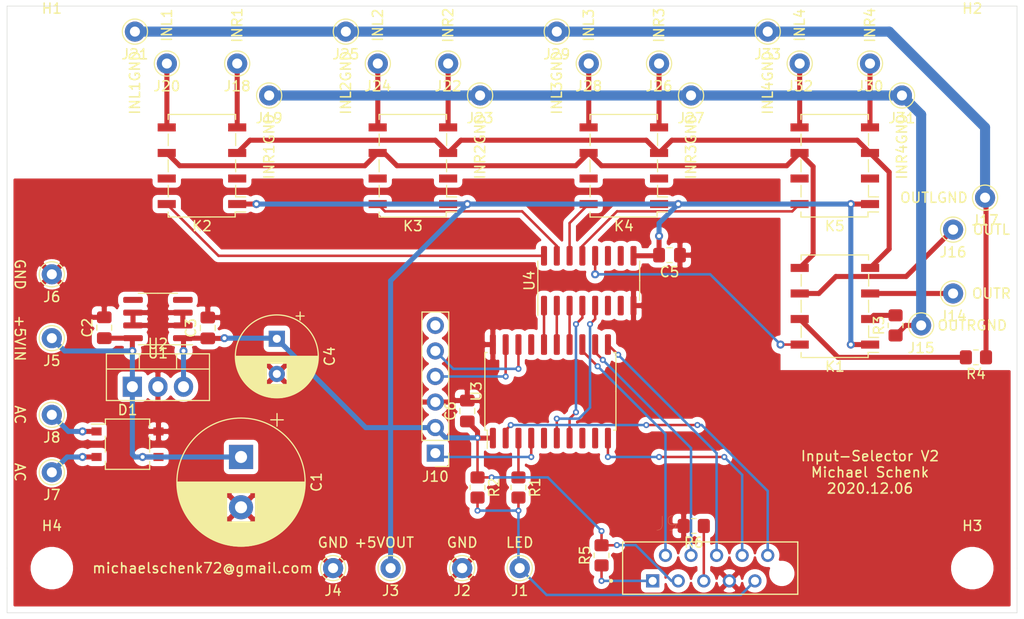
<source format=kicad_pcb>
(kicad_pcb (version 20171130) (host pcbnew "(5.1.8-0-10_14)")
  (layers (0 F.Cu signal) (31 B.Cu signal) (34 B.Paste user) (35 F.Paste user) (36 B.SilkS user) (37 F.SilkS user) (38 B.Mask user) (39 F.Mask user) (44 Edge.Cuts user))
  (net 0 "")
  (net 1 GND)
  (net 2 "Net-(C1-Pad1)")
  (net 3 +5V)
  (net 4 "Net-(J1-Pad1)")
  (net 5 "Net-(J9-Pad10)")
  (net 6 "Net-(J9-Pad8)")
  (net 7 "Net-(J9-Pad6)")
  (net 8 "Net-(J9-Pad5)")
  (net 9 "Net-(J9-Pad4)")
  (net 10 "Net-(J9-Pad2)")
  (net 11 "Net-(J9-Pad1)")
  (net 12 "Net-(J10-Pad5)")
  (net 13 "Net-(J10-Pad4)")
  (net 14 "Net-(J10-Pad1)")
  (net 15 "Net-(J14-Pad1)")
  (net 16 "Net-(J15-Pad1)")
  (net 17 "Net-(J16-Pad1)")
  (net 18 "Net-(J17-Pad1)")
  (net 19 "Net-(J18-Pad1)")
  (net 20 "Net-(J20-Pad1)")
  (net 21 "Net-(J22-Pad1)")
  (net 22 "Net-(J24-Pad1)")
  (net 23 "Net-(J26-Pad1)")
  (net 24 "Net-(J28-Pad1)")
  (net 25 "Net-(J30-Pad1)")
  (net 26 "Net-(J32-Pad1)")
  (net 27 "Net-(K1-Pad2)")
  (net 28 "Net-(K1-Pad4)")
  (net 29 "Net-(K1-Pad5)")
  (net 30 "Net-(K1-Pad7)")
  (net 31 "Net-(K1-Pad8)")
  (net 32 "Net-(K2-Pad8)")
  (net 33 "Net-(K3-Pad8)")
  (net 34 "Net-(K4-Pad8)")
  (net 35 "Net-(K5-Pad8)")
  (net 36 "Net-(R1-Pad1)")
  (net 37 "Net-(U3-Pad7)")
  (net 38 "Net-(U3-Pad16)")
  (net 39 "Net-(U3-Pad6)")
  (net 40 "Net-(U3-Pad15)")
  (net 41 "Net-(U3-Pad14)")
  (net 42 "Net-(D1-Pad2)")
  (net 43 "Net-(D1-Pad1)")
  (module Package_TO_SOT_THT:TO-220-3_Vertical (layer F.Cu) (at 126.746 86.106)
    (fp_text reference U2 (at 2.54 -4.27) (layer F.SilkS))
    (fp_text value L7805)
    (pad 3 thru_hole oval (at 5.08 0) (size 1.905 2) (drill 1.1) (layers *.Cu *.Mask) (net 3 +5V))
    (pad 2 thru_hole oval (at 2.54 0) (size 1.905 2) (drill 1.1) (layers *.Cu *.Mask) (net 1 GND))
    (pad 1 thru_hole rect (at 0 0) (size 1.905 2) (drill 1.1) (layers *.Cu *.Mask) (net 2 "Net-(C1-Pad1)"))
  )
  (module Package_TO_SOT_SMD:TO-269AA (layer F.Cu) (at 126.265 91.821)
    (fp_text reference D1 (at 0 -3.4) (layer F.SilkS))
    (fp_text value MB4S)
    (pad 4 smd rect (at 3.075 -1.27) (size 1 0.8) (layers F.Cu F.Paste F.Mask) (net 1 GND))
    (pad 3 smd rect (at 3.075 1.27) (size 1 0.8) (layers F.Cu F.Paste F.Mask) (net 2 "Net-(C1-Pad1)"))
    (pad 2 smd rect (at -3.075 1.27) (size 1 0.8) (layers F.Cu F.Paste F.Mask) (net 42 "Net-(D1-Pad2)"))
    (pad 1 smd rect (at -3.075 -1.27) (size 1 0.8) (layers F.Cu F.Paste F.Mask) (net 43 "Net-(D1-Pad1)"))
  )
  (module Capacitor_THT:CP_Radial_D8.0mm_P3.50mm (layer F.Cu) (at 141.097 81.336 270)
    (fp_text reference C4 (at 1.75 -5.25 90) (layer F.SilkS))
    (fp_text value 100uF)
    (pad 2 thru_hole circle (at 3.5 0 270) (size 1.6 1.6) (drill 0.8) (layers *.Cu *.Mask) (net 1 GND))
    (pad 1 thru_hole rect (at 0 0 270) (size 1.6 1.6) (drill 0.8) (layers *.Cu *.Mask) (net 3 +5V))
  )
  (module Package_SO:SOIC-8_3.9x4.9mm_P1.27mm (layer F.Cu) (at 129.286 79.375 180)
    (fp_text reference U1 (at 0 -3.4) (layer F.SilkS))
    (fp_text value L78L05_SO8)
    (pad 8 smd roundrect (at 2.475 -1.905 180) (size 1.95 0.6) (layers F.Cu F.Paste F.Mask) (net 2 "Net-(C1-Pad1)"))
    (pad 7 smd roundrect (at 2.475 -0.635 180) (size 1.95 0.6) (layers F.Cu F.Paste F.Mask) (net 1 GND))
    (pad 6 smd roundrect (at 2.475 0.635 180) (size 1.95 0.6) (layers F.Cu F.Paste F.Mask) (net 1 GND))
    (pad 5 smd roundrect (at 2.475 1.905 180) (size 1.95 0.6) (layers F.Cu F.Paste F.Mask))
    (pad 4 smd roundrect (at -2.475 1.905 180) (size 1.95 0.6) (layers F.Cu F.Paste F.Mask))
    (pad 3 smd roundrect (at -2.475 0.635 180) (size 1.95 0.6) (layers F.Cu F.Paste F.Mask) (net 1 GND))
    (pad 2 smd roundrect (at -2.475 -0.635 180) (size 1.95 0.6) (layers F.Cu F.Paste F.Mask) (net 1 GND))
    (pad 1 smd roundrect (at -2.475 -1.905 180) (size 1.95 0.6) (layers F.Cu F.Paste F.Mask) (net 3 +5V))
  )
  (module Package_SO:SOIC-20W_7.5x12.8mm_P1.27mm (layer F.Cu) (at 168.275 86.565 90)
    (fp_text reference U3 (at 0 -7.35 90) (layer F.SilkS))
    (fp_text value PIC16F1829-IP)
    (pad 20 smd roundrect (at 4.65 -5.715 90) (size 2.05 0.6) (layers F.Cu F.Paste F.Mask) (net 1 GND))
    (pad 19 smd roundrect (at 4.65 -4.445 90) (size 2.05 0.6) (layers F.Cu F.Paste F.Mask) (net 13 "Net-(J10-Pad4)"))
    (pad 18 smd roundrect (at 4.65 -3.175 90) (size 2.05 0.6) (layers F.Cu F.Paste F.Mask) (net 12 "Net-(J10-Pad5)"))
    (pad 17 smd roundrect (at 4.65 -1.905 90) (size 2.05 0.6) (layers F.Cu F.Paste F.Mask))
    (pad 16 smd roundrect (at 4.65 -0.635 90) (size 2.05 0.6) (layers F.Cu F.Paste F.Mask) (net 38 "Net-(U3-Pad16)"))
    (pad 15 smd roundrect (at 4.65 0.635 90) (size 2.05 0.6) (layers F.Cu F.Paste F.Mask) (net 40 "Net-(U3-Pad15)"))
    (pad 14 smd roundrect (at 4.65 1.905 90) (size 2.05 0.6) (layers F.Cu F.Paste F.Mask) (net 41 "Net-(U3-Pad14)"))
    (pad 13 smd roundrect (at 4.65 3.175 90) (size 2.05 0.6) (layers F.Cu F.Paste F.Mask) (net 10 "Net-(J9-Pad2)"))
    (pad 12 smd roundrect (at 4.65 4.445 90) (size 2.05 0.6) (layers F.Cu F.Paste F.Mask) (net 9 "Net-(J9-Pad4)"))
    (pad 11 smd roundrect (at 4.65 5.715 90) (size 2.05 0.6) (layers F.Cu F.Paste F.Mask) (net 7 "Net-(J9-Pad6)"))
    (pad 10 smd roundrect (at -4.65 5.715 90) (size 2.05 0.6) (layers F.Cu F.Paste F.Mask) (net 6 "Net-(J9-Pad8)"))
    (pad 9 smd roundrect (at -4.65 4.445 90) (size 2.05 0.6) (layers F.Cu F.Paste F.Mask))
    (pad 8 smd roundrect (at -4.65 3.175 90) (size 2.05 0.6) (layers F.Cu F.Paste F.Mask))
    (pad 7 smd roundrect (at -4.65 1.905 90) (size 2.05 0.6) (layers F.Cu F.Paste F.Mask) (net 37 "Net-(U3-Pad7)"))
    (pad 6 smd roundrect (at -4.65 0.635 90) (size 2.05 0.6) (layers F.Cu F.Paste F.Mask) (net 39 "Net-(U3-Pad6)"))
    (pad 5 smd roundrect (at -4.65 -0.635 90) (size 2.05 0.6) (layers F.Cu F.Paste F.Mask))
    (pad 4 smd roundrect (at -4.65 -1.905 90) (size 2.05 0.6) (layers F.Cu F.Paste F.Mask) (net 14 "Net-(J10-Pad1)"))
    (pad 3 smd roundrect (at -4.65 -3.175 90) (size 2.05 0.6) (layers F.Cu F.Paste F.Mask) (net 36 "Net-(R1-Pad1)"))
    (pad 2 smd roundrect (at -4.65 -4.445 90) (size 2.05 0.6) (layers F.Cu F.Paste F.Mask) (net 5 "Net-(J9-Pad10)"))
    (pad 1 smd roundrect (at -4.65 -5.715 90) (size 2.05 0.6) (layers F.Cu F.Paste F.Mask) (net 3 +5V))
  )
  (module Capacitor_THT:CP_Radial_D12.5mm_P5.00mm (layer F.Cu) (at 137.541 93.091 270)
    (fp_text reference C1 (at 2.5 -7.5 90) (layer F.SilkS))
    (fp_text value 1000uF)
    (pad 2 thru_hole circle (at 5 0 270) (size 2.4 2.4) (drill 1.2) (layers *.Cu *.Mask) (net 1 GND))
    (pad 1 thru_hole rect (at 0 0 270) (size 2.4 2.4) (drill 1.2) (layers *.Cu *.Mask) (net 2 "Net-(C1-Pad1)"))
  )
  (module Package_SO:SOIC-16_3.9x9.9mm_P1.27mm (layer F.Cu) (at 172.085 75.565 90)
    (fp_text reference U4 (at 0 -5.9 90) (layer F.SilkS))
    (fp_text value ULN2003A)
    (pad 16 smd roundrect (at 2.475 -4.445 90) (size 1.95 0.6) (layers F.Cu F.Paste F.Mask) (net 32 "Net-(K2-Pad8)"))
    (pad 15 smd roundrect (at 2.475 -3.175 90) (size 1.95 0.6) (layers F.Cu F.Paste F.Mask) (net 33 "Net-(K3-Pad8)"))
    (pad 14 smd roundrect (at 2.475 -1.905 90) (size 1.95 0.6) (layers F.Cu F.Paste F.Mask) (net 34 "Net-(K4-Pad8)"))
    (pad 13 smd roundrect (at 2.475 -0.635 90) (size 1.95 0.6) (layers F.Cu F.Paste F.Mask) (net 35 "Net-(K5-Pad8)"))
    (pad 12 smd roundrect (at 2.475 0.635 90) (size 1.95 0.6) (layers F.Cu F.Paste F.Mask) (net 31 "Net-(K1-Pad8)"))
    (pad 11 smd roundrect (at 2.475 1.905 90) (size 1.95 0.6) (layers F.Cu F.Paste F.Mask))
    (pad 10 smd roundrect (at 2.475 3.175 90) (size 1.95 0.6) (layers F.Cu F.Paste F.Mask))
    (pad 9 smd roundrect (at 2.475 4.445 90) (size 1.95 0.6) (layers F.Cu F.Paste F.Mask) (net 3 +5V))
    (pad 8 smd roundrect (at -2.475 4.445 90) (size 1.95 0.6) (layers F.Cu F.Paste F.Mask) (net 1 GND))
    (pad 7 smd roundrect (at -2.475 3.175 90) (size 1.95 0.6) (layers F.Cu F.Paste F.Mask))
    (pad 6 smd roundrect (at -2.475 1.905 90) (size 1.95 0.6) (layers F.Cu F.Paste F.Mask))
    (pad 5 smd roundrect (at -2.475 0.635 90) (size 1.95 0.6) (layers F.Cu F.Paste F.Mask) (net 39 "Net-(U3-Pad6)"))
    (pad 4 smd roundrect (at -2.475 -0.635 90) (size 1.95 0.6) (layers F.Cu F.Paste F.Mask) (net 37 "Net-(U3-Pad7)"))
    (pad 3 smd roundrect (at -2.475 -1.905 90) (size 1.95 0.6) (layers F.Cu F.Paste F.Mask) (net 41 "Net-(U3-Pad14)"))
    (pad 2 smd roundrect (at -2.475 -3.175 90) (size 1.95 0.6) (layers F.Cu F.Paste F.Mask) (net 40 "Net-(U3-Pad15)"))
    (pad 1 smd roundrect (at -2.475 -4.445 90) (size 1.95 0.6) (layers F.Cu F.Paste F.Mask) (net 38 "Net-(U3-Pad16)"))
  )
  (module Resistor_SMD:R_0805_2012Metric_Pad1.20x1.40mm_HandSolder (layer F.Cu) (at 182.515 99.949 180)
    (fp_text reference R6 (at 0 -1.65) (layer F.SilkS))
    (fp_text value 4.7k)
    (pad 2 smd roundrect (at 1 0 180) (size 1.2 1.4) (layers F.Cu F.Paste F.Mask) (roundrect_rratio 0.2083325) (net 1 GND))
    (pad 1 smd roundrect (at -1 0 180) (size 1.2 1.4) (layers F.Cu F.Paste F.Mask) (roundrect_rratio 0.2083325) (net 8 "Net-(J9-Pad5)"))
  )
  (module Resistor_SMD:R_0805_2012Metric_Pad1.20x1.40mm_HandSolder (layer F.Cu) (at 173.355 102.87 90)
    (fp_text reference R5 (at 0 -1.65 90) (layer F.SilkS))
    (fp_text value 4.7k)
    (pad 2 smd roundrect (at 1 0 90) (size 1.2 1.4) (layers F.Cu F.Paste F.Mask) (roundrect_rratio 0.2083325) (net 3 +5V))
    (pad 1 smd roundrect (at -1 0 90) (size 1.2 1.4) (layers F.Cu F.Paste F.Mask) (roundrect_rratio 0.2083325) (net 11 "Net-(J9-Pad1)"))
  )
  (module Resistor_SMD:R_0805_2012Metric_Pad1.20x1.40mm_HandSolder (layer F.Cu) (at 210.55 83.185 180)
    (fp_text reference R4 (at 0 -1.65) (layer F.SilkS))
    (fp_text value 47k)
    (pad 2 smd roundrect (at 1 0 180) (size 1.2 1.4) (layers F.Cu F.Paste F.Mask) (roundrect_rratio 0.2083325) (net 30 "Net-(K1-Pad7)"))
    (pad 1 smd roundrect (at -1 0 180) (size 1.2 1.4) (layers F.Cu F.Paste F.Mask) (roundrect_rratio 0.2083325) (net 18 "Net-(J17-Pad1)"))
  )
  (module Resistor_SMD:R_0805_2012Metric_Pad1.20x1.40mm_HandSolder (layer F.Cu) (at 202.565 80.01 90)
    (fp_text reference R3 (at 0 -1.65 90) (layer F.SilkS))
    (fp_text value 47k)
    (pad 2 smd roundrect (at 1 0 90) (size 1.2 1.4) (layers F.Cu F.Paste F.Mask) (roundrect_rratio 0.2083325) (net 27 "Net-(K1-Pad2)"))
    (pad 1 smd roundrect (at -1 0 90) (size 1.2 1.4) (layers F.Cu F.Paste F.Mask) (roundrect_rratio 0.2083325) (net 16 "Net-(J15-Pad1)"))
  )
  (module Resistor_SMD:R_0805_2012Metric_Pad1.20x1.40mm_HandSolder (layer F.Cu) (at 161.036 96.123 270)
    (fp_text reference R2 (at 0 -1.65 90) (layer F.SilkS))
    (fp_text value 330R)
    (pad 2 smd roundrect (at 1 0 270) (size 1.2 1.4) (layers F.Cu F.Paste F.Mask) (roundrect_rratio 0.2083325) (net 4 "Net-(J1-Pad1)"))
    (pad 1 smd roundrect (at -1 0 270) (size 1.2 1.4) (layers F.Cu F.Paste F.Mask) (roundrect_rratio 0.2083325) (net 3 +5V))
  )
  (module Resistor_SMD:R_0805_2012Metric_Pad1.20x1.40mm_HandSolder (layer F.Cu) (at 165.1 96.123 270)
    (fp_text reference R1 (at 0 -1.65 90) (layer F.SilkS))
    (fp_text value 330R)
    (pad 2 smd roundrect (at 1 0 270) (size 1.2 1.4) (layers F.Cu F.Paste F.Mask) (roundrect_rratio 0.2083325) (net 4 "Net-(J1-Pad1)"))
    (pad 1 smd roundrect (at -1 0 270) (size 1.2 1.4) (layers F.Cu F.Paste F.Mask) (roundrect_rratio 0.2083325) (net 36 "Net-(R1-Pad1)"))
  )
  (module Relay_SMD:Relay_DPDT_Omron_G6K-2F (layer F.Cu) (at 196.525 64.135 180)
    (fp_text reference K5 (at 0 -6) (layer F.SilkS))
    (fp_text value G6K-2)
    (pad 1 smd rect (at -3.5 -3.81 180) (size 1.8 0.8) (layers F.Cu F.Paste F.Mask) (net 3 +5V))
    (pad 2 smd rect (at -3.5 -1.27 180) (size 1.8 0.8) (layers F.Cu F.Paste F.Mask))
    (pad 3 smd rect (at -3.5 1.27 180) (size 1.8 0.8) (layers F.Cu F.Paste F.Mask) (net 28 "Net-(K1-Pad4)"))
    (pad 4 smd rect (at -3.5 3.81 180) (size 1.8 0.8) (layers F.Cu F.Paste F.Mask) (net 25 "Net-(J30-Pad1)"))
    (pad 5 smd rect (at 3.5 3.81 180) (size 1.8 0.8) (layers F.Cu F.Paste F.Mask) (net 26 "Net-(J32-Pad1)"))
    (pad 6 smd rect (at 3.5 1.27 180) (size 1.8 0.8) (layers F.Cu F.Paste F.Mask) (net 29 "Net-(K1-Pad5)"))
    (pad 7 smd rect (at 3.5 -1.27 180) (size 1.8 0.8) (layers F.Cu F.Paste F.Mask))
    (pad 8 smd rect (at 3.5 -3.81 180) (size 1.8 0.8) (layers F.Cu F.Paste F.Mask) (net 35 "Net-(K5-Pad8)"))
  )
  (module Relay_SMD:Relay_DPDT_Omron_G6K-2F (layer F.Cu) (at 175.57 64.135 180)
    (fp_text reference K4 (at 0 -6) (layer F.SilkS))
    (fp_text value G6K-2)
    (pad 1 smd rect (at -3.5 -3.81 180) (size 1.8 0.8) (layers F.Cu F.Paste F.Mask) (net 3 +5V))
    (pad 2 smd rect (at -3.5 -1.27 180) (size 1.8 0.8) (layers F.Cu F.Paste F.Mask))
    (pad 3 smd rect (at -3.5 1.27 180) (size 1.8 0.8) (layers F.Cu F.Paste F.Mask) (net 28 "Net-(K1-Pad4)"))
    (pad 4 smd rect (at -3.5 3.81 180) (size 1.8 0.8) (layers F.Cu F.Paste F.Mask) (net 23 "Net-(J26-Pad1)"))
    (pad 5 smd rect (at 3.5 3.81 180) (size 1.8 0.8) (layers F.Cu F.Paste F.Mask) (net 24 "Net-(J28-Pad1)"))
    (pad 6 smd rect (at 3.5 1.27 180) (size 1.8 0.8) (layers F.Cu F.Paste F.Mask) (net 29 "Net-(K1-Pad5)"))
    (pad 7 smd rect (at 3.5 -1.27 180) (size 1.8 0.8) (layers F.Cu F.Paste F.Mask))
    (pad 8 smd rect (at 3.5 -3.81 180) (size 1.8 0.8) (layers F.Cu F.Paste F.Mask) (net 34 "Net-(K4-Pad8)"))
  )
  (module Relay_SMD:Relay_DPDT_Omron_G6K-2F (layer F.Cu) (at 154.615 64.135 180)
    (fp_text reference K3 (at 0 -6) (layer F.SilkS))
    (fp_text value G6K-2)
    (pad 1 smd rect (at -3.5 -3.81 180) (size 1.8 0.8) (layers F.Cu F.Paste F.Mask) (net 3 +5V))
    (pad 2 smd rect (at -3.5 -1.27 180) (size 1.8 0.8) (layers F.Cu F.Paste F.Mask))
    (pad 3 smd rect (at -3.5 1.27 180) (size 1.8 0.8) (layers F.Cu F.Paste F.Mask) (net 28 "Net-(K1-Pad4)"))
    (pad 4 smd rect (at -3.5 3.81 180) (size 1.8 0.8) (layers F.Cu F.Paste F.Mask) (net 21 "Net-(J22-Pad1)"))
    (pad 5 smd rect (at 3.5 3.81 180) (size 1.8 0.8) (layers F.Cu F.Paste F.Mask) (net 22 "Net-(J24-Pad1)"))
    (pad 6 smd rect (at 3.5 1.27 180) (size 1.8 0.8) (layers F.Cu F.Paste F.Mask) (net 29 "Net-(K1-Pad5)"))
    (pad 7 smd rect (at 3.5 -1.27 180) (size 1.8 0.8) (layers F.Cu F.Paste F.Mask))
    (pad 8 smd rect (at 3.5 -3.81 180) (size 1.8 0.8) (layers F.Cu F.Paste F.Mask) (net 33 "Net-(K3-Pad8)"))
  )
  (module Relay_SMD:Relay_DPDT_Omron_G6K-2F (layer F.Cu) (at 133.66 64.135 180)
    (fp_text reference K2 (at 0 -6) (layer F.SilkS))
    (fp_text value G6K-2)
    (pad 1 smd rect (at -3.5 -3.81 180) (size 1.8 0.8) (layers F.Cu F.Paste F.Mask) (net 3 +5V))
    (pad 2 smd rect (at -3.5 -1.27 180) (size 1.8 0.8) (layers F.Cu F.Paste F.Mask))
    (pad 3 smd rect (at -3.5 1.27 180) (size 1.8 0.8) (layers F.Cu F.Paste F.Mask) (net 28 "Net-(K1-Pad4)"))
    (pad 4 smd rect (at -3.5 3.81 180) (size 1.8 0.8) (layers F.Cu F.Paste F.Mask) (net 19 "Net-(J18-Pad1)"))
    (pad 5 smd rect (at 3.5 3.81 180) (size 1.8 0.8) (layers F.Cu F.Paste F.Mask) (net 20 "Net-(J20-Pad1)"))
    (pad 6 smd rect (at 3.5 1.27 180) (size 1.8 0.8) (layers F.Cu F.Paste F.Mask) (net 29 "Net-(K1-Pad5)"))
    (pad 7 smd rect (at 3.5 -1.27 180) (size 1.8 0.8) (layers F.Cu F.Paste F.Mask))
    (pad 8 smd rect (at 3.5 -3.81 180) (size 1.8 0.8) (layers F.Cu F.Paste F.Mask) (net 32 "Net-(K2-Pad8)"))
  )
  (module Relay_SMD:Relay_DPDT_Omron_G6K-2F (layer F.Cu) (at 196.54 78.105 180)
    (fp_text reference K1 (at 0 -6) (layer F.SilkS))
    (fp_text value G6K-2)
    (pad 1 smd rect (at -3.5 -3.81 180) (size 1.8 0.8) (layers F.Cu F.Paste F.Mask) (net 3 +5V))
    (pad 2 smd rect (at -3.5 -1.27 180) (size 1.8 0.8) (layers F.Cu F.Paste F.Mask) (net 27 "Net-(K1-Pad2)"))
    (pad 3 smd rect (at -3.5 1.27 180) (size 1.8 0.8) (layers F.Cu F.Paste F.Mask) (net 15 "Net-(J14-Pad1)"))
    (pad 4 smd rect (at -3.5 3.81 180) (size 1.8 0.8) (layers F.Cu F.Paste F.Mask) (net 28 "Net-(K1-Pad4)"))
    (pad 5 smd rect (at 3.5 3.81 180) (size 1.8 0.8) (layers F.Cu F.Paste F.Mask) (net 29 "Net-(K1-Pad5)"))
    (pad 6 smd rect (at 3.5 1.27 180) (size 1.8 0.8) (layers F.Cu F.Paste F.Mask) (net 17 "Net-(J16-Pad1)"))
    (pad 7 smd rect (at 3.5 -1.27 180) (size 1.8 0.8) (layers F.Cu F.Paste F.Mask) (net 30 "Net-(K1-Pad7)"))
    (pad 8 smd rect (at 3.5 -3.81 180) (size 1.8 0.8) (layers F.Cu F.Paste F.Mask) (net 31 "Net-(K1-Pad8)"))
  )
  (module Connector_Pin:Pin_D1.0mm_L10.0mm (layer F.Cu) (at 189.865 50.8)
    (fp_text reference J33 (at 0 2.25) (layer F.SilkS))
    (fp_text value IN_GNDL4)
    (pad 1 thru_hole circle (at 0 0) (size 2 2) (drill 1) (layers *.Cu *.Mask) (net 18 "Net-(J17-Pad1)"))
  )
  (module Connector_Pin:Pin_D1.0mm_L10.0mm (layer F.Cu) (at 193.04 53.975)
    (fp_text reference J32 (at 0 2.25) (layer F.SilkS))
    (fp_text value IN_L4)
    (pad 1 thru_hole circle (at 0 0) (size 2 2) (drill 1) (layers *.Cu *.Mask) (net 26 "Net-(J32-Pad1)"))
  )
  (module Connector_Pin:Pin_D1.0mm_L10.0mm (layer F.Cu) (at 203.2 57.15)
    (fp_text reference J31 (at 0 2.25) (layer F.SilkS))
    (fp_text value IN_GNDR4)
    (pad 1 thru_hole circle (at 0 0) (size 2 2) (drill 1) (layers *.Cu *.Mask) (net 16 "Net-(J15-Pad1)"))
  )
  (module Connector_Pin:Pin_D1.0mm_L10.0mm (layer F.Cu) (at 200.025 53.975)
    (fp_text reference J30 (at 0 2.25) (layer F.SilkS))
    (fp_text value IN_R4)
    (pad 1 thru_hole circle (at 0 0) (size 2 2) (drill 1) (layers *.Cu *.Mask) (net 25 "Net-(J30-Pad1)"))
  )
  (module Connector_Pin:Pin_D1.0mm_L10.0mm (layer F.Cu) (at 168.91 50.8)
    (fp_text reference J29 (at 0 2.25) (layer F.SilkS))
    (fp_text value IN_GNDL3)
    (pad 1 thru_hole circle (at 0 0) (size 2 2) (drill 1) (layers *.Cu *.Mask) (net 18 "Net-(J17-Pad1)"))
  )
  (module Connector_Pin:Pin_D1.0mm_L10.0mm (layer F.Cu) (at 172.085 53.975)
    (fp_text reference J28 (at 0 2.25) (layer F.SilkS))
    (fp_text value IN_L3)
    (pad 1 thru_hole circle (at 0 0) (size 2 2) (drill 1) (layers *.Cu *.Mask) (net 24 "Net-(J28-Pad1)"))
  )
  (module Connector_Pin:Pin_D1.0mm_L10.0mm (layer F.Cu) (at 182.245 57.15)
    (fp_text reference J27 (at 0 2.25) (layer F.SilkS))
    (fp_text value IN_GNDR3)
    (pad 1 thru_hole circle (at 0 0) (size 2 2) (drill 1) (layers *.Cu *.Mask) (net 16 "Net-(J15-Pad1)"))
  )
  (module Connector_Pin:Pin_D1.0mm_L10.0mm (layer F.Cu) (at 179.07 53.975)
    (fp_text reference J26 (at 0 2.25) (layer F.SilkS))
    (fp_text value IN_R3)
    (pad 1 thru_hole circle (at 0 0) (size 2 2) (drill 1) (layers *.Cu *.Mask) (net 23 "Net-(J26-Pad1)"))
  )
  (module Connector_Pin:Pin_D1.0mm_L10.0mm (layer F.Cu) (at 147.955 50.8)
    (fp_text reference J25 (at 0 2.25) (layer F.SilkS))
    (fp_text value IN_GNDL2)
    (pad 1 thru_hole circle (at 0 0) (size 2 2) (drill 1) (layers *.Cu *.Mask) (net 18 "Net-(J17-Pad1)"))
  )
  (module Connector_Pin:Pin_D1.0mm_L10.0mm (layer F.Cu) (at 151.13 53.975)
    (fp_text reference J24 (at 0 2.25) (layer F.SilkS))
    (fp_text value IN_L2)
    (pad 1 thru_hole circle (at 0 0) (size 2 2) (drill 1) (layers *.Cu *.Mask) (net 22 "Net-(J24-Pad1)"))
  )
  (module Connector_Pin:Pin_D1.0mm_L10.0mm (layer F.Cu) (at 161.29 57.15)
    (fp_text reference J23 (at 0 2.25) (layer F.SilkS))
    (fp_text value IN_GNDR2)
    (pad 1 thru_hole circle (at 0 0) (size 2 2) (drill 1) (layers *.Cu *.Mask) (net 16 "Net-(J15-Pad1)"))
  )
  (module Connector_Pin:Pin_D1.0mm_L10.0mm (layer F.Cu) (at 158.115 53.975)
    (fp_text reference J22 (at 0 2.25) (layer F.SilkS))
    (fp_text value IN_R2)
    (pad 1 thru_hole circle (at 0 0) (size 2 2) (drill 1) (layers *.Cu *.Mask) (net 21 "Net-(J22-Pad1)"))
  )
  (module Connector_Pin:Pin_D1.0mm_L10.0mm (layer F.Cu) (at 127 50.8)
    (fp_text reference J21 (at 0 2.25) (layer F.SilkS))
    (fp_text value IN_GNDL1)
    (pad 1 thru_hole circle (at 0 0) (size 2 2) (drill 1) (layers *.Cu *.Mask) (net 18 "Net-(J17-Pad1)"))
  )
  (module Connector_Pin:Pin_D1.0mm_L10.0mm (layer F.Cu) (at 130.175 53.975)
    (fp_text reference J20 (at 0 2.25) (layer F.SilkS))
    (fp_text value IN_L1)
    (pad 1 thru_hole circle (at 0 0) (size 2 2) (drill 1) (layers *.Cu *.Mask) (net 20 "Net-(J20-Pad1)"))
  )
  (module Connector_Pin:Pin_D1.0mm_L10.0mm (layer F.Cu) (at 140.335 57.15)
    (fp_text reference J19 (at 0 2.25) (layer F.SilkS))
    (fp_text value IN_GNDR1)
    (pad 1 thru_hole circle (at 0 0) (size 2 2) (drill 1) (layers *.Cu *.Mask) (net 16 "Net-(J15-Pad1)"))
  )
  (module Connector_Pin:Pin_D1.0mm_L10.0mm (layer F.Cu) (at 137.16 53.975)
    (fp_text reference J18 (at 0 2.25) (layer F.SilkS))
    (fp_text value IN_R1)
    (pad 1 thru_hole circle (at 0 0) (size 2 2) (drill 1) (layers *.Cu *.Mask) (net 19 "Net-(J18-Pad1)"))
  )
  (module Connector_Pin:Pin_D1.0mm_L10.0mm (layer F.Cu) (at 211.455 67.31)
    (fp_text reference J17 (at 0 2.25) (layer F.SilkS))
    (fp_text value OUT_GNDL)
    (pad 1 thru_hole circle (at 0 0) (size 2 2) (drill 1) (layers *.Cu *.Mask) (net 18 "Net-(J17-Pad1)"))
  )
  (module Connector_Pin:Pin_D1.0mm_L10.0mm (layer F.Cu) (at 208.28 70.485)
    (fp_text reference J16 (at 0 2.25) (layer F.SilkS))
    (fp_text value OUT_L)
    (pad 1 thru_hole circle (at 0 0) (size 2 2) (drill 1) (layers *.Cu *.Mask) (net 17 "Net-(J16-Pad1)"))
  )
  (module Connector_Pin:Pin_D1.0mm_L10.0mm (layer F.Cu) (at 205.105 80.01)
    (fp_text reference J15 (at 0 2.25) (layer F.SilkS))
    (fp_text value OUT_GNDR)
    (pad 1 thru_hole circle (at 0 0) (size 2 2) (drill 1) (layers *.Cu *.Mask) (net 16 "Net-(J15-Pad1)"))
  )
  (module Connector_Pin:Pin_D1.0mm_L10.0mm (layer F.Cu) (at 208.28 76.835)
    (fp_text reference J14 (at 0 2.25) (layer F.SilkS))
    (fp_text value OUT_R)
    (pad 1 thru_hole circle (at 0 0) (size 2 2) (drill 1) (layers *.Cu *.Mask) (net 15 "Net-(J14-Pad1)"))
  )
  (module Connector_PinHeader_2.54mm:PinHeader_1x06_P2.54mm_Vertical (layer F.Cu) (at 156.845 92.71 180)
    (fp_text reference J10 (at 0 -2.33) (layer F.SilkS))
    (fp_text value Conn_01x06_Male)
    (pad 6 thru_hole oval (at 0 12.7 180) (size 1.7 1.7) (drill 1) (layers *.Cu *.Mask))
    (pad 5 thru_hole oval (at 0 10.16 180) (size 1.7 1.7) (drill 1) (layers *.Cu *.Mask) (net 12 "Net-(J10-Pad5)"))
    (pad 4 thru_hole oval (at 0 7.62 180) (size 1.7 1.7) (drill 1) (layers *.Cu *.Mask) (net 13 "Net-(J10-Pad4)"))
    (pad 3 thru_hole oval (at 0 5.08 180) (size 1.7 1.7) (drill 1) (layers *.Cu *.Mask) (net 1 GND))
    (pad 2 thru_hole oval (at 0 2.54 180) (size 1.7 1.7) (drill 1) (layers *.Cu *.Mask) (net 3 +5V))
    (pad 1 thru_hole rect (at 0 0 180) (size 1.7 1.7) (drill 1) (layers *.Cu *.Mask) (net 14 "Net-(J10-Pad1)"))
  )
  (module TE-Con:TE_1-338068-0 (layer F.Cu) (at 178.435 105.41)
    (fp_text reference J9 (at 1.40487 -5.69557) (layer F.SilkS) (effects (font (size 1.40137 1.40137) (thickness 0.015))))
    (fp_text value 1-338068-0)
    (pad None np_thru_hole circle (at 12.83 -0.74) (size 1.5 1.5) (drill 1.5) (layers *.Cu *.Mask))
    (pad 10 thru_hole circle (at 11.43 -2.54) (size 1.308 1.308) (drill 0.8) (layers *.Cu *.Mask) (net 5 "Net-(J9-Pad10)"))
    (pad 9 thru_hole circle (at 10.16 0) (size 1.308 1.308) (drill 0.8) (layers *.Cu *.Mask) (net 4 "Net-(J1-Pad1)"))
    (pad 8 thru_hole circle (at 8.89 -2.54) (size 1.308 1.308) (drill 0.8) (layers *.Cu *.Mask) (net 6 "Net-(J9-Pad8)"))
    (pad 7 thru_hole circle (at 7.62 0) (size 1.308 1.308) (drill 0.8) (layers *.Cu *.Mask) (net 1 GND))
    (pad 6 thru_hole circle (at 6.35 -2.54) (size 1.308 1.308) (drill 0.8) (layers *.Cu *.Mask) (net 7 "Net-(J9-Pad6)"))
    (pad 5 thru_hole circle (at 5.08 0) (size 1.308 1.308) (drill 0.8) (layers *.Cu *.Mask) (net 8 "Net-(J9-Pad5)"))
    (pad 4 thru_hole circle (at 3.81 -2.54) (size 1.308 1.308) (drill 0.8) (layers *.Cu *.Mask) (net 9 "Net-(J9-Pad4)"))
    (pad 3 thru_hole circle (at 2.54 0) (size 1.308 1.308) (drill 0.8) (layers *.Cu *.Mask) (net 3 +5V))
    (pad 2 thru_hole circle (at 1.27 -2.54) (size 1.308 1.308) (drill 0.8) (layers *.Cu *.Mask) (net 10 "Net-(J9-Pad2)"))
    (pad 1 thru_hole rect (at 0 0) (size 1.308 1.308) (drill 0.8) (layers *.Cu *.Mask) (net 11 "Net-(J9-Pad1)"))
  )
  (module Connector_Pin:Pin_D1.0mm_L10.0mm (layer F.Cu) (at 118.745 88.9)
    (fp_text reference J8 (at 0 2.25) (layer F.SilkS))
    (fp_text value AC)
    (pad 1 thru_hole circle (at 0 0) (size 2 2) (drill 1) (layers *.Cu *.Mask) (net 43 "Net-(D1-Pad1)"))
  )
  (module Connector_Pin:Pin_D1.0mm_L10.0mm (layer F.Cu) (at 118.745 94.615)
    (fp_text reference J7 (at 0 2.25) (layer F.SilkS))
    (fp_text value AC)
    (pad 1 thru_hole circle (at 0 0) (size 2 2) (drill 1) (layers *.Cu *.Mask) (net 42 "Net-(D1-Pad2)"))
  )
  (module Connector_Pin:Pin_D1.0mm_L10.0mm (layer F.Cu) (at 118.745 74.93)
    (fp_text reference J6 (at 0 2.25) (layer F.SilkS))
    (fp_text value GND)
    (pad 1 thru_hole circle (at 0 0) (size 2 2) (drill 1) (layers *.Cu *.Mask) (net 1 GND))
  )
  (module Connector_Pin:Pin_D1.0mm_L10.0mm (layer F.Cu) (at 118.745 81.28)
    (fp_text reference J5 (at 0 2.25) (layer F.SilkS))
    (fp_text value +5VIN)
    (pad 1 thru_hole circle (at 0 0) (size 2 2) (drill 1) (layers *.Cu *.Mask) (net 2 "Net-(C1-Pad1)"))
  )
  (module Connector_Pin:Pin_D1.0mm_L10.0mm (layer F.Cu) (at 146.685 104.14)
    (fp_text reference J4 (at 0 2.25) (layer F.SilkS))
    (fp_text value GND)
    (pad 1 thru_hole circle (at 0 0) (size 2 2) (drill 1) (layers *.Cu *.Mask) (net 1 GND))
  )
  (module Connector_Pin:Pin_D1.0mm_L10.0mm (layer F.Cu) (at 152.4 104.14)
    (fp_text reference J3 (at 0 2.25) (layer F.SilkS))
    (fp_text value +5VOUT)
    (pad 1 thru_hole circle (at 0 0) (size 2 2) (drill 1) (layers *.Cu *.Mask) (net 3 +5V))
  )
  (module Connector_Pin:Pin_D1.0mm_L10.0mm (layer F.Cu) (at 159.512 104.14)
    (fp_text reference J2 (at 0 2.25) (layer F.SilkS))
    (fp_text value GND)
    (pad 1 thru_hole circle (at 0 0) (size 2 2) (drill 1) (layers *.Cu *.Mask) (net 1 GND))
  )
  (module Connector_Pin:Pin_D1.0mm_L10.0mm (layer F.Cu) (at 165.227 104.14)
    (fp_text reference J1 (at 0 2.25) (layer F.SilkS))
    (fp_text value LED)
    (pad 1 thru_hole circle (at 0 0) (size 2 2) (drill 1) (layers *.Cu *.Mask) (net 4 "Net-(J1-Pad1)"))
  )
  (module MountingHole:MountingHole_3.2mm_M3 (layer F.Cu) (at 118.745 104.14)
    (fp_text reference H4 (at 0 -4.2) (layer F.SilkS))
    (fp_text value MountingHole)
    (pad 1 np_thru_hole circle (at 0 0) (size 3.2 3.2) (drill 3.2) (layers *.Cu *.Mask))
  )
  (module MountingHole:MountingHole_3.2mm_M3 (layer F.Cu) (at 210.185 104.14)
    (fp_text reference H3 (at 0 -4.2) (layer F.SilkS))
    (fp_text value MountingHole)
    (pad 1 np_thru_hole circle (at 0 0) (size 3.2 3.2) (drill 3.2) (layers *.Cu *.Mask))
  )
  (module MountingHole:MountingHole_3.2mm_M3 (layer F.Cu) (at 210.185 52.705)
    (fp_text reference H2 (at 0 -4.2) (layer F.SilkS))
    (fp_text value MountingHole)
    (pad 1 np_thru_hole circle (at 0 0) (size 3.2 3.2) (drill 3.2) (layers *.Cu *.Mask))
  )
  (module MountingHole:MountingHole_3.2mm_M3 (layer F.Cu) (at 118.745 52.705)
    (fp_text reference H1 (at 0 -4.2) (layer F.SilkS))
    (fp_text value MountingHole)
    (pad 1 np_thru_hole circle (at 0 0) (size 3.2 3.2) (drill 3.2) (layers *.Cu *.Mask))
  )
  (module Capacitor_SMD:C_0805_2012Metric_Pad1.18x1.45mm_HandSolder (layer F.Cu) (at 160.02 88.519 90)
    (fp_text reference C6 (at 0 -1.68 90) (layer F.SilkS))
    (fp_text value 100nF)
    (pad 2 smd roundrect (at 1.0375 0 90) (size 1.175 1.45) (layers F.Cu F.Paste F.Mask) (roundrect_rratio 0.2127659574468085) (net 1 GND))
    (pad 1 smd roundrect (at -1.0375 0 90) (size 1.175 1.45) (layers F.Cu F.Paste F.Mask) (roundrect_rratio 0.2127659574468085) (net 3 +5V))
  )
  (module Capacitor_SMD:C_0805_2012Metric_Pad1.18x1.45mm_HandSolder (layer F.Cu) (at 180.1075 73.025 180)
    (fp_text reference C5 (at 0 -1.68) (layer F.SilkS))
    (fp_text value 100nF)
    (pad 2 smd roundrect (at 1.0375 0 180) (size 1.175 1.45) (layers F.Cu F.Paste F.Mask) (roundrect_rratio 0.2127659574468085) (net 3 +5V))
    (pad 1 smd roundrect (at -1.0375 0 180) (size 1.175 1.45) (layers F.Cu F.Paste F.Mask) (roundrect_rratio 0.2127659574468085) (net 1 GND))
  )
  (module Capacitor_SMD:C_0805_2012Metric_Pad1.18x1.45mm_HandSolder (layer F.Cu) (at 134.239 80.264 90)
    (fp_text reference C3 (at 0 -1.68 90) (layer F.SilkS))
    (fp_text value 100nF)
    (pad 2 smd roundrect (at 1.0375 0 90) (size 1.175 1.45) (layers F.Cu F.Paste F.Mask) (roundrect_rratio 0.2127659574468085) (net 1 GND))
    (pad 1 smd roundrect (at -1.0375 0 90) (size 1.175 1.45) (layers F.Cu F.Paste F.Mask) (roundrect_rratio 0.2127659574468085) (net 3 +5V))
  )
  (module Capacitor_SMD:C_0805_2012Metric_Pad1.18x1.45mm_HandSolder (layer F.Cu) (at 123.952 80.2425 90)
    (fp_text reference C2 (at 0 -1.68 90) (layer F.SilkS))
    (fp_text value 330nF)
    (pad 2 smd roundrect (at 1.0375 0 90) (size 1.175 1.45) (layers F.Cu F.Paste F.Mask) (roundrect_rratio 0.2127659574468085) (net 1 GND))
    (pad 1 smd roundrect (at -1.0375 0 90) (size 1.175 1.45) (layers F.Cu F.Paste F.Mask) (roundrect_rratio 0.2127659574468085) (net 2 "Net-(C1-Pad1)"))
  )
  (gr_text "Input-Selector V2\nMichael Schenk\n2020.12.06" (at 200.025 94.615) (layer F.SilkS) (effects (font (size 1 1))))
  (gr_text OUTRGND (at 210.185 80.01) (layer F.SilkS) (effects (font (size 1 1))))
  (gr_text OUTLGND (at 206.375 67.31) (layer F.SilkS) (effects (font (size 1 1))))
  (gr_text INL4 (at 193.04 50.165 90) (layer F.SilkS) (effects (font (size 1 1))))
  (gr_text INL4GND (at 189.865 55.88 90) (layer F.SilkS) (effects (font (size 1 1))))
  (gr_text INR4 (at 200.025 50.165 90) (layer F.SilkS) (effects (font (size 1 1))))
  (gr_text INR4GND (at 203.2 62.23 90) (layer F.SilkS) (effects (font (size 1 1))))
  (gr_text INR3 (at 179.07 50.165 90) (layer F.SilkS) (effects (font (size 1 1))))
  (gr_text INL3 (at 172.085 50.165 90) (layer F.SilkS) (effects (font (size 1 1))))
  (gr_text INL3GND (at 168.91 55.88 90) (layer F.SilkS) (effects (font (size 1 1))))
  (gr_text INR3GND (at 182.245 62.23 90) (layer F.SilkS) (effects (font (size 1 1))))
  (gr_text INL2GND (at 147.955 55.88 90) (layer F.SilkS) (effects (font (size 1 1))))
  (gr_text INL2 (at 151.13 50.165 90) (layer F.SilkS) (effects (font (size 1 1))))
  (gr_text INR2 (at 158.115 50.165 90) (layer F.SilkS) (effects (font (size 1 1))))
  (gr_text INR2GND (at 161.29 62.23 90) (layer F.SilkS) (effects (font (size 1 1))))
  (gr_text INR1 (at 137.16 50.165 90) (layer F.SilkS) (effects (font (size 1 1))))
  (gr_text INL1 (at 130.175 50.165 90) (layer F.SilkS) (effects (font (size 1 1))))
  (gr_text INR1GND (at 140.335 62.23 90) (layer F.SilkS) (effects (font (size 1 1))))
  (gr_text INL1GND (at 127 55.88 90) (layer F.SilkS) (effects (font (size 1 1))))
  (gr_text GND (at 159.512 101.6) (layer F.SilkS) (effects (font (size 1 1))))
  (gr_text GND (at 146.685 101.6) (layer F.SilkS) (effects (font (size 1 1))))
  (gr_text LED (at 165.227 101.6) (layer F.SilkS) (effects (font (size 1 1))))
  (gr_text +5VOUT (at 151.765 101.6) (layer F.SilkS) (effects (font (size 1 1))))
  (gr_text michaelschenk72@gmail.com (at 133.731 104.14) (layer F.SilkS) (effects (font (size 1 1))))
  (gr_text GND (at 115.57 74.93 270) (layer F.SilkS) (effects (font (size 1 1))))
  (gr_text +5VIN (at 115.57 81.28 270) (layer F.SilkS) (effects (font (size 1 1))))
  (gr_text AC (at 115.57 94.615 270) (layer F.SilkS) (effects (font (size 1 1))))
  (gr_text AC (at 115.57 88.9 270) (layer F.SilkS) (effects (font (size 1 1))))
  (gr_text OUTL (at 212.09 70.485) (layer F.SilkS) (effects (font (size 1 1))))
  (gr_text OUTR (at 212.09 76.835) (layer F.SilkS) (effects (font (size 1 1))))
  (gr_line (start 114.3 108.585) (end 114.3 104.14) (layer Edge.Cuts) (width 0.05))
  (gr_line (start 214.63 108.585) (end 114.3 108.585) (layer Edge.Cuts) (width 0.05))
  (gr_line (start 214.63 104.14) (end 214.63 108.585) (layer Edge.Cuts) (width 0.05))
  (gr_line (start 114.3 104.14) (end 114.3 48.26) (layer Edge.Cuts) (width 0.05))
  (gr_line (start 214.63 48.26) (end 214.63 104.14) (layer Edge.Cuts) (width 0.05))
  (gr_line (start 114.3 48.26) (end 214.63 48.26) (layer Edge.Cuts) (width 0.05))
  (segment (start 126.811 81.28) (end 123.952 81.28) (width 0.5) (layer F.Cu) (net 2))
  (via (at 126.746 82.55) (size 0.8) (drill 0.4) (layers F.Cu B.Cu) (net 2))
  (segment (start 126.746 86.106) (end 126.746 82.55) (width 0.5) (layer B.Cu) (net 2))
  (segment (start 126.746 81.345) (end 126.811 81.28) (width 0.5) (layer F.Cu) (net 2))
  (segment (start 126.746 82.55) (end 126.746 81.345) (width 0.5) (layer F.Cu) (net 2))
  (segment (start 120.015 82.55) (end 118.745 81.28) (width 0.5) (layer B.Cu) (net 2))
  (segment (start 126.746 82.55) (end 120.015 82.55) (width 0.5) (layer B.Cu) (net 2))
  (via (at 127.762 93.091) (size 0.8) (drill 0.4) (layers F.Cu B.Cu) (net 2))
  (segment (start 129.34 93.091) (end 127.762 93.091) (width 0.5) (layer F.Cu) (net 2))
  (segment (start 127.762 93.091) (end 127 93.091) (width 0.5) (layer B.Cu) (net 2))
  (segment (start 126.746 92.837) (end 126.746 86.106) (width 0.5) (layer B.Cu) (net 2))
  (segment (start 127 93.091) (end 126.746 92.837) (width 0.5) (layer B.Cu) (net 2))
  (segment (start 127.762 93.091) (end 137.541 93.091) (width 0.5) (layer B.Cu) (net 2))
  (via (at 198.12 81.915) (size 0.8) (drill 0.4) (layers F.Cu B.Cu) (net 3))
  (segment (start 200.04 81.915) (end 198.12 81.915) (width 0.5) (layer F.Cu) (net 3))
  (via (at 198.12 67.945) (size 0.8) (drill 0.4) (layers F.Cu B.Cu) (net 3))
  (segment (start 198.12 81.915) (end 198.12 67.945) (width 0.5) (layer B.Cu) (net 3))
  (segment (start 198.12 67.945) (end 200.025 67.945) (width 0.5) (layer F.Cu) (net 3))
  (via (at 180.975 67.945) (size 0.8) (drill 0.4) (layers F.Cu B.Cu) (net 3))
  (segment (start 198.12 67.945) (end 180.975 67.945) (width 0.5) (layer B.Cu) (net 3))
  (segment (start 180.975 67.945) (end 179.07 67.945) (width 0.5) (layer F.Cu) (net 3))
  (via (at 160.02 67.945) (size 0.8) (drill 0.4) (layers F.Cu B.Cu) (net 3))
  (segment (start 180.975 67.945) (end 160.02 67.945) (width 0.5) (layer B.Cu) (net 3))
  (segment (start 160.02 67.945) (end 158.115 67.945) (width 0.5) (layer F.Cu) (net 3))
  (via (at 139.065 67.945) (size 0.8) (drill 0.4) (layers F.Cu B.Cu) (net 3))
  (segment (start 160.02 67.945) (end 139.065 67.945) (width 0.5) (layer B.Cu) (net 3))
  (segment (start 139.065 67.945) (end 137.16 67.945) (width 0.5) (layer F.Cu) (net 3))
  (segment (start 179.005 73.09) (end 179.07 73.025) (width 0.5) (layer F.Cu) (net 3))
  (segment (start 176.53 73.09) (end 179.005 73.09) (width 0.5) (layer F.Cu) (net 3))
  (via (at 179.07 71.12) (size 0.8) (drill 0.4) (layers F.Cu B.Cu) (net 3))
  (segment (start 179.07 73.025) (end 179.07 71.12) (width 0.5) (layer F.Cu) (net 3))
  (segment (start 179.07 69.85) (end 180.975 67.945) (width 0.5) (layer B.Cu) (net 3))
  (segment (start 179.07 71.12) (end 179.07 69.85) (width 0.5) (layer B.Cu) (net 3))
  (via (at 161.036 91.186) (size 0.6) (drill 0.3) (layers F.Cu B.Cu) (net 3))
  (segment (start 161.065 91.215) (end 161.036 91.186) (width 0.5) (layer F.Cu) (net 3))
  (segment (start 162.56 91.215) (end 161.065 91.215) (width 0.5) (layer F.Cu) (net 3))
  (segment (start 157.861 91.186) (end 156.845 90.17) (width 0.5) (layer B.Cu) (net 3))
  (segment (start 161.036 91.186) (end 157.861 91.186) (width 0.5) (layer B.Cu) (net 3))
  (segment (start 161.036 90.5725) (end 160.02 89.5565) (width 0.5) (layer F.Cu) (net 3))
  (segment (start 161.036 91.186) (end 161.036 90.5725) (width 0.5) (layer F.Cu) (net 3))
  (segment (start 161.036 91.186) (end 161.036 95.123) (width 0.25) (layer F.Cu) (net 3))
  (segment (start 173.371 101.854) (end 173.355 101.87) (width 0.25) (layer F.Cu) (net 3))
  (via (at 174.879 101.854) (size 0.6) (drill 0.3) (layers F.Cu B.Cu) (net 3))
  (segment (start 174.863 101.87) (end 174.879 101.854) (width 0.25) (layer F.Cu) (net 3))
  (segment (start 173.355 101.87) (end 174.863 101.87) (width 0.25) (layer F.Cu) (net 3))
  (segment (start 180.303001 105.41) (end 180.975 105.41) (width 0.25) (layer B.Cu) (net 3))
  (segment (start 176.747001 101.854) (end 180.303001 105.41) (width 0.25) (layer B.Cu) (net 3))
  (segment (start 174.879 101.854) (end 176.747001 101.854) (width 0.25) (layer B.Cu) (net 3))
  (via (at 162.433 95.123) (size 0.6) (drill 0.3) (layers F.Cu B.Cu) (net 3))
  (segment (start 161.036 95.123) (end 162.433 95.123) (width 0.25) (layer F.Cu) (net 3))
  (via (at 173.355 100.457) (size 0.6) (drill 0.3) (layers F.Cu B.Cu) (net 3))
  (segment (start 168.021 95.123) (end 173.355 100.457) (width 0.25) (layer B.Cu) (net 3))
  (segment (start 162.433 95.123) (end 168.021 95.123) (width 0.25) (layer B.Cu) (net 3))
  (segment (start 173.355 100.457) (end 173.355 101.87) (width 0.25) (layer F.Cu) (net 3))
  (via (at 131.826 82.55) (size 0.8) (drill 0.4) (layers F.Cu B.Cu) (net 3))
  (segment (start 131.826 86.106) (end 131.826 82.55) (width 0.5) (layer B.Cu) (net 3))
  (segment (start 131.826 81.345) (end 131.761 81.28) (width 0.5) (layer F.Cu) (net 3))
  (segment (start 131.826 82.55) (end 131.826 81.345) (width 0.5) (layer F.Cu) (net 3))
  (segment (start 134.2175 81.28) (end 134.239 81.3015) (width 0.5) (layer F.Cu) (net 3))
  (segment (start 131.761 81.28) (end 134.2175 81.28) (width 0.5) (layer F.Cu) (net 3))
  (segment (start 149.931 90.17) (end 141.097 81.336) (width 0.5) (layer B.Cu) (net 3))
  (segment (start 152.4 104.14) (end 152.4 90.17) (width 0.5) (layer B.Cu) (net 3))
  (segment (start 152.4 90.17) (end 149.931 90.17) (width 0.5) (layer B.Cu) (net 3))
  (segment (start 156.845 90.17) (end 152.4 90.17) (width 0.5) (layer B.Cu) (net 3))
  (via (at 135.89 81.28) (size 0.8) (drill 0.4) (layers F.Cu B.Cu) (net 3))
  (segment (start 135.8685 81.3015) (end 135.89 81.28) (width 0.5) (layer F.Cu) (net 3))
  (segment (start 134.239 81.3015) (end 135.8685 81.3015) (width 0.5) (layer F.Cu) (net 3))
  (segment (start 141.041 81.28) (end 141.097 81.336) (width 0.5) (layer B.Cu) (net 3))
  (segment (start 135.89 81.28) (end 141.041 81.28) (width 0.5) (layer B.Cu) (net 3))
  (segment (start 152.4 75.565) (end 152.4 90.17) (width 0.5) (layer B.Cu) (net 3))
  (segment (start 160.02 67.945) (end 152.4 75.565) (width 0.5) (layer B.Cu) (net 3))
  (segment (start 165.132 104.045) (end 165.227 104.14) (width 0.25) (layer B.Cu) (net 4))
  (via (at 165.1 98.425) (size 0.6) (drill 0.3) (layers F.Cu B.Cu) (net 4))
  (segment (start 165.1 97.123) (end 165.1 98.425) (width 0.25) (layer F.Cu) (net 4))
  (segment (start 165.1 104.013) (end 165.227 104.14) (width 0.25) (layer B.Cu) (net 4))
  (segment (start 165.1 98.425) (end 165.1 104.013) (width 0.25) (layer B.Cu) (net 4))
  (segment (start 188.595 105.41) (end 187.198 106.807) (width 0.25) (layer B.Cu) (net 4))
  (segment (start 167.894 106.807) (end 165.227 104.14) (width 0.25) (layer B.Cu) (net 4))
  (segment (start 187.198 106.807) (end 167.894 106.807) (width 0.25) (layer B.Cu) (net 4))
  (via (at 161.036 98.425) (size 0.6) (drill 0.3) (layers F.Cu B.Cu) (net 4))
  (segment (start 165.1 98.425) (end 161.036 98.425) (width 0.25) (layer B.Cu) (net 4))
  (segment (start 161.036 98.425) (end 161.036 97.123) (width 0.25) (layer F.Cu) (net 4))
  (via (at 164.338 89.916) (size 0.6) (drill 0.3) (layers F.Cu B.Cu) (net 5))
  (segment (start 163.83 90.424) (end 164.338 89.916) (width 0.25) (layer F.Cu) (net 5))
  (segment (start 163.83 91.215) (end 163.83 90.424) (width 0.25) (layer F.Cu) (net 5))
  (via (at 177.8 89.916) (size 0.6) (drill 0.3) (layers F.Cu B.Cu) (net 5))
  (segment (start 164.338 89.916) (end 177.8 89.916) (width 0.25) (layer B.Cu) (net 5))
  (via (at 182.88 89.916) (size 0.6) (drill 0.3) (layers F.Cu B.Cu) (net 5))
  (segment (start 177.8 89.916) (end 182.88 89.916) (width 0.25) (layer F.Cu) (net 5))
  (segment (start 189.865 96.476736) (end 189.865 102.87) (width 0.25) (layer B.Cu) (net 5))
  (segment (start 183.304264 89.916) (end 189.865 96.476736) (width 0.25) (layer B.Cu) (net 5))
  (segment (start 182.88 89.916) (end 183.304264 89.916) (width 0.25) (layer B.Cu) (net 5))
  (via (at 173.99 93.091) (size 0.6) (drill 0.3) (layers F.Cu B.Cu) (net 6))
  (segment (start 173.99 91.215) (end 173.99 93.091) (width 0.25) (layer F.Cu) (net 6))
  (via (at 179.07 93.091) (size 0.6) (drill 0.3) (layers F.Cu B.Cu) (net 6))
  (segment (start 173.99 93.091) (end 179.07 93.091) (width 0.25) (layer B.Cu) (net 6))
  (via (at 185.547 93.091) (size 0.6) (drill 0.3) (layers F.Cu B.Cu) (net 6))
  (segment (start 179.07 93.091) (end 185.547 93.091) (width 0.25) (layer F.Cu) (net 6))
  (segment (start 185.547 93.091) (end 187.325 94.869) (width 0.25) (layer B.Cu) (net 6))
  (segment (start 187.325 94.869) (end 187.325 102.87) (width 0.25) (layer B.Cu) (net 6))
  (via (at 175.006 82.931) (size 0.6) (drill 0.3) (layers F.Cu B.Cu) (net 7))
  (segment (start 173.99 81.915) (end 175.006 82.931) (width 0.25) (layer F.Cu) (net 7))
  (segment (start 184.785 92.71) (end 184.785 102.87) (width 0.25) (layer B.Cu) (net 7))
  (segment (start 175.006 82.931) (end 184.785 92.71) (width 0.25) (layer B.Cu) (net 7))
  (segment (start 183.515 105.41) (end 183.515 99.949) (width 0.25) (layer F.Cu) (net 8))
  (segment (start 172.72 82.677) (end 173.482 83.439) (width 0.25) (layer F.Cu) (net 9))
  (via (at 173.482 83.439) (size 0.6) (drill 0.3) (layers F.Cu B.Cu) (net 9))
  (segment (start 172.72 81.915) (end 172.72 82.677) (width 0.25) (layer F.Cu) (net 9))
  (segment (start 182.245 92.202) (end 182.245 102.87) (width 0.25) (layer B.Cu) (net 9))
  (segment (start 173.482 83.439) (end 182.245 92.202) (width 0.25) (layer B.Cu) (net 9))
  (via (at 172.972058 84.075942) (size 0.6) (drill 0.3) (layers F.Cu B.Cu) (net 10))
  (segment (start 171.45 82.553884) (end 172.972058 84.075942) (width 0.25) (layer F.Cu) (net 10))
  (segment (start 171.45 81.915) (end 171.45 82.553884) (width 0.25) (layer F.Cu) (net 10))
  (segment (start 179.705 90.808884) (end 179.705 102.87) (width 0.25) (layer B.Cu) (net 10))
  (segment (start 172.972058 84.075942) (end 179.705 90.808884) (width 0.25) (layer B.Cu) (net 10))
  (via (at 173.355 105.41) (size 0.6) (drill 0.3) (layers F.Cu B.Cu) (net 11))
  (segment (start 173.355 103.87) (end 173.355 105.41) (width 0.25) (layer F.Cu) (net 11))
  (segment (start 173.355 105.41) (end 178.435 105.41) (width 0.25) (layer B.Cu) (net 11))
  (via (at 165.1 84.328) (size 0.6) (drill 0.3) (layers F.Cu B.Cu) (net 12))
  (segment (start 165.1 81.915) (end 165.1 84.328) (width 0.25) (layer F.Cu) (net 12))
  (segment (start 158.623 84.328) (end 156.845 82.55) (width 0.25) (layer B.Cu) (net 12))
  (segment (start 165.1 84.328) (end 158.623 84.328) (width 0.25) (layer B.Cu) (net 12))
  (via (at 163.83 85.09) (size 0.6) (drill 0.3) (layers F.Cu B.Cu) (net 13))
  (segment (start 163.83 81.915) (end 163.83 85.09) (width 0.25) (layer F.Cu) (net 13))
  (segment (start 163.83 85.09) (end 156.845 85.09) (width 0.25) (layer B.Cu) (net 13))
  (via (at 166.37 93.091) (size 0.6) (drill 0.3) (layers F.Cu B.Cu) (net 14))
  (segment (start 166.37 91.215) (end 166.37 93.091) (width 0.25) (layer F.Cu) (net 14))
  (segment (start 157.226 93.091) (end 156.845 92.71) (width 0.25) (layer B.Cu) (net 14))
  (segment (start 166.37 93.091) (end 157.226 93.091) (width 0.25) (layer B.Cu) (net 14))
  (segment (start 208.28 76.835) (end 200.04 76.835) (width 0.5) (layer F.Cu) (net 15))
  (segment (start 140.335 57.15) (end 161.29 57.15) (width 1) (layer B.Cu) (net 16))
  (segment (start 161.29 57.15) (end 182.88 57.15) (width 1) (layer B.Cu) (net 16))
  (segment (start 182.88 57.15) (end 203.2 57.15) (width 1) (layer B.Cu) (net 16))
  (segment (start 203.2 57.15) (end 205.105 59.055) (width 1) (layer B.Cu) (net 16))
  (segment (start 205.105 59.055) (end 205.105 80.01) (width 1) (layer B.Cu) (net 16))
  (segment (start 203.565 80.01) (end 202.565 81.01) (width 0.5) (layer F.Cu) (net 16))
  (segment (start 205.105 80.01) (end 203.565 80.01) (width 0.5) (layer F.Cu) (net 16))
  (segment (start 193.04 76.835) (end 194.945 76.835) (width 0.5) (layer F.Cu) (net 17))
  (segment (start 203.619999 75.145001) (end 196.634999 75.145001) (width 0.5) (layer F.Cu) (net 17))
  (segment (start 208.28 70.485) (end 203.619999 75.145001) (width 0.5) (layer F.Cu) (net 17))
  (segment (start 196.634999 75.145001) (end 194.945 76.835) (width 0.5) (layer F.Cu) (net 17))
  (segment (start 127 50.8) (end 147.955 50.8) (width 1) (layer B.Cu) (net 18))
  (segment (start 147.955 50.8) (end 168.91 50.8) (width 1) (layer B.Cu) (net 18))
  (segment (start 168.91 50.8) (end 189.865 50.8) (width 1) (layer B.Cu) (net 18))
  (segment (start 189.865 50.8) (end 201.93 50.8) (width 1) (layer B.Cu) (net 18))
  (segment (start 211.455 60.325) (end 211.455 67.31) (width 1) (layer B.Cu) (net 18))
  (segment (start 201.93 50.8) (end 211.455 60.325) (width 1) (layer B.Cu) (net 18))
  (segment (start 211.55 67.405) (end 211.455 67.31) (width 0.5) (layer F.Cu) (net 18))
  (segment (start 211.55 83.185) (end 211.55 67.405) (width 0.5) (layer F.Cu) (net 18))
  (segment (start 137.16 53.975) (end 137.16 60.325) (width 0.5) (layer F.Cu) (net 19))
  (segment (start 130.175 60.31) (end 130.16 60.325) (width 0.5) (layer F.Cu) (net 20))
  (segment (start 130.175 53.975) (end 130.175 60.31) (width 0.5) (layer F.Cu) (net 20))
  (segment (start 158.115 53.975) (end 158.115 60.325) (width 0.5) (layer F.Cu) (net 21))
  (segment (start 151.13 60.31) (end 151.115 60.325) (width 0.5) (layer F.Cu) (net 22))
  (segment (start 151.13 53.975) (end 151.13 60.31) (width 0.5) (layer F.Cu) (net 22))
  (segment (start 179.07 53.975) (end 179.07 60.325) (width 0.5) (layer F.Cu) (net 23))
  (segment (start 172.085 60.31) (end 172.07 60.325) (width 0.5) (layer F.Cu) (net 24))
  (segment (start 172.085 53.975) (end 172.085 60.31) (width 0.5) (layer F.Cu) (net 24))
  (segment (start 200.025 53.975) (end 200.025 60.325) (width 0.5) (layer F.Cu) (net 25))
  (segment (start 193.04 60.31) (end 193.025 60.325) (width 0.5) (layer F.Cu) (net 26))
  (segment (start 193.04 53.975) (end 193.04 60.31) (width 0.5) (layer F.Cu) (net 26))
  (segment (start 200.405 79.01) (end 200.04 79.375) (width 0.5) (layer F.Cu) (net 27))
  (segment (start 202.565 79.01) (end 200.405 79.01) (width 0.5) (layer F.Cu) (net 27))
  (segment (start 137.16 62.865) (end 137.795 62.865) (width 0.5) (layer F.Cu) (net 28))
  (segment (start 137.16 62.865) (end 138.43 61.595) (width 0.5) (layer F.Cu) (net 28))
  (segment (start 156.845 61.595) (end 158.115 62.865) (width 0.5) (layer F.Cu) (net 28))
  (segment (start 138.43 61.595) (end 156.845 61.595) (width 0.5) (layer F.Cu) (net 28))
  (segment (start 177.8 61.595) (end 179.07 62.865) (width 0.5) (layer F.Cu) (net 28))
  (segment (start 159.385 61.595) (end 177.8 61.595) (width 0.5) (layer F.Cu) (net 28))
  (segment (start 158.115 62.865) (end 159.385 61.595) (width 0.5) (layer F.Cu) (net 28))
  (segment (start 198.755 61.595) (end 200.025 62.865) (width 0.5) (layer F.Cu) (net 28))
  (segment (start 180.34 61.595) (end 198.755 61.595) (width 0.5) (layer F.Cu) (net 28))
  (segment (start 179.07 62.865) (end 180.34 61.595) (width 0.5) (layer F.Cu) (net 28))
  (segment (start 200.025 62.865) (end 201.93 64.77) (width 0.5) (layer F.Cu) (net 28))
  (segment (start 201.93 72.405) (end 200.04 74.295) (width 0.5) (layer F.Cu) (net 28))
  (segment (start 201.93 64.77) (end 201.93 72.405) (width 0.5) (layer F.Cu) (net 28))
  (segment (start 130.16 62.865) (end 130.175 62.865) (width 0.5) (layer F.Cu) (net 29))
  (segment (start 130.175 62.865) (end 131.445 64.135) (width 0.5) (layer F.Cu) (net 29))
  (segment (start 149.845 64.135) (end 151.115 62.865) (width 0.5) (layer F.Cu) (net 29))
  (segment (start 131.445 64.135) (end 149.845 64.135) (width 0.5) (layer F.Cu) (net 29))
  (segment (start 194.375001 64.215001) (end 193.025 62.865) (width 0.5) (layer F.Cu) (net 29))
  (segment (start 194.375001 72.959999) (end 194.375001 64.215001) (width 0.5) (layer F.Cu) (net 29))
  (segment (start 193.04 74.295) (end 194.375001 72.959999) (width 0.5) (layer F.Cu) (net 29))
  (segment (start 151.115 62.865) (end 151.765 62.865) (width 0.5) (layer F.Cu) (net 29))
  (segment (start 151.765 62.865) (end 153.035 64.135) (width 0.5) (layer F.Cu) (net 29))
  (segment (start 170.8 64.135) (end 172.07 62.865) (width 0.5) (layer F.Cu) (net 29))
  (segment (start 153.035 64.135) (end 170.8 64.135) (width 0.5) (layer F.Cu) (net 29))
  (segment (start 172.07 62.865) (end 172.085 62.865) (width 0.5) (layer F.Cu) (net 29))
  (segment (start 172.085 62.865) (end 173.355 64.135) (width 0.5) (layer F.Cu) (net 29))
  (segment (start 191.755 64.135) (end 193.025 62.865) (width 0.5) (layer F.Cu) (net 29))
  (segment (start 173.355 64.135) (end 191.755 64.135) (width 0.5) (layer F.Cu) (net 29))
  (segment (start 193.04 79.375) (end 196.85 83.185) (width 0.5) (layer F.Cu) (net 30))
  (segment (start 196.85 83.185) (end 209.55 83.185) (width 0.5) (layer F.Cu) (net 30))
  (via (at 172.72 74.93) (size 0.8) (drill 0.4) (layers F.Cu B.Cu) (net 31))
  (segment (start 172.72 73.09) (end 172.72 74.93) (width 0.25) (layer F.Cu) (net 31))
  (via (at 191.135 81.915) (size 0.8) (drill 0.4) (layers F.Cu B.Cu) (net 31))
  (segment (start 184.15 74.93) (end 191.135 81.915) (width 0.25) (layer B.Cu) (net 31))
  (segment (start 172.72 74.93) (end 184.15 74.93) (width 0.25) (layer B.Cu) (net 31))
  (segment (start 191.135 81.915) (end 193.04 81.915) (width 0.25) (layer F.Cu) (net 31))
  (segment (start 135.305 73.09) (end 130.16 67.945) (width 0.25) (layer F.Cu) (net 32))
  (segment (start 167.64 73.09) (end 135.305 73.09) (width 0.25) (layer F.Cu) (net 32))
  (segment (start 151.840001 68.670001) (end 151.115 67.945) (width 0.25) (layer F.Cu) (net 33))
  (segment (start 165.465001 68.670001) (end 151.840001 68.670001) (width 0.25) (layer F.Cu) (net 33))
  (segment (start 168.91 72.115) (end 165.465001 68.670001) (width 0.25) (layer F.Cu) (net 33))
  (segment (start 168.91 73.09) (end 168.91 72.115) (width 0.25) (layer F.Cu) (net 33))
  (segment (start 170.18 69.835) (end 172.07 67.945) (width 0.25) (layer F.Cu) (net 34))
  (segment (start 170.18 73.09) (end 170.18 69.835) (width 0.25) (layer F.Cu) (net 34))
  (segment (start 192.299999 68.670001) (end 193.025 67.945) (width 0.25) (layer F.Cu) (net 35))
  (segment (start 174.894999 68.670001) (end 192.299999 68.670001) (width 0.25) (layer F.Cu) (net 35))
  (segment (start 171.45 72.115) (end 174.894999 68.670001) (width 0.25) (layer F.Cu) (net 35))
  (segment (start 171.45 73.09) (end 171.45 72.115) (width 0.25) (layer F.Cu) (net 35))
  (segment (start 165.1 91.215) (end 165.1 95.123) (width 0.25) (layer F.Cu) (net 36))
  (via (at 170.815 79.883) (size 0.6) (drill 0.3) (layers F.Cu B.Cu) (net 37))
  (segment (start 171.45 79.248) (end 170.815 79.883) (width 0.25) (layer F.Cu) (net 37))
  (segment (start 171.45 78.04) (end 171.45 79.248) (width 0.25) (layer F.Cu) (net 37))
  (via (at 170.815 88.646) (size 0.6) (drill 0.3) (layers F.Cu B.Cu) (net 37))
  (segment (start 170.18 89.281) (end 170.815 88.646) (width 0.25) (layer F.Cu) (net 37))
  (segment (start 170.18 91.215) (end 170.18 89.281) (width 0.25) (layer F.Cu) (net 37))
  (segment (start 170.815 88.646) (end 170.815 79.883) (width 0.25) (layer B.Cu) (net 37))
  (segment (start 167.64 81.915) (end 167.64 78.04) (width 0.25) (layer F.Cu) (net 38))
  (segment (start 172.72 78.04) (end 172.72 78.948232) (width 0.25) (layer F.Cu) (net 39))
  (via (at 172.212 79.883) (size 0.6) (drill 0.3) (layers F.Cu B.Cu) (net 39))
  (segment (start 172.72 79.375) (end 172.212 79.883) (width 0.25) (layer F.Cu) (net 39))
  (segment (start 172.72 78.04) (end 172.72 79.375) (width 0.25) (layer F.Cu) (net 39))
  (segment (start 168.91 91.215) (end 168.91 89.281) (width 0.25) (layer F.Cu) (net 39))
  (via (at 168.91 89.281) (size 0.6) (drill 0.3) (layers F.Cu B.Cu) (net 39))
  (segment (start 171.105002 89.281) (end 168.91 89.281) (width 0.25) (layer B.Cu) (net 39))
  (segment (start 172.212 88.174002) (end 171.105002 89.281) (width 0.25) (layer B.Cu) (net 39))
  (segment (start 172.212 79.883) (end 172.212 88.174002) (width 0.25) (layer B.Cu) (net 39))
  (segment (start 168.91 81.915) (end 168.91 78.04) (width 0.25) (layer F.Cu) (net 40))
  (segment (start 170.18 81.915) (end 170.18 78.04) (width 0.25) (layer F.Cu) (net 41))
  (via (at 121.793 93.091) (size 0.8) (drill 0.4) (layers F.Cu B.Cu) (net 42))
  (segment (start 123.19 93.091) (end 121.793 93.091) (width 0.5) (layer F.Cu) (net 42))
  (segment (start 120.269 93.091) (end 118.745 94.615) (width 0.5) (layer B.Cu) (net 42))
  (segment (start 121.793 93.091) (end 120.269 93.091) (width 0.5) (layer B.Cu) (net 42))
  (via (at 121.793 90.551) (size 0.8) (drill 0.4) (layers F.Cu B.Cu) (net 43))
  (segment (start 123.19 90.551) (end 121.793 90.551) (width 0.5) (layer F.Cu) (net 43))
  (segment (start 120.396 90.551) (end 118.745 88.9) (width 0.5) (layer B.Cu) (net 43))
  (segment (start 121.793 90.551) (end 120.396 90.551) (width 0.5) (layer B.Cu) (net 43))
  (zone (net 1) (net_name GND) (layer F.Cu) (connect_pads (clearance 0.508)) (min_thickness 0.254) (fill yes (arc_segments 32) (thermal_gap 0.508) (thermal_bridge_width 0.508))
    (polygon (pts (xy 191.135 84.455) (xy 213.995 84.455) (xy 213.995 107.95) (xy 114.935 107.95) (xy 114.935 65.405) (xy 191.135 65.405)))
  )
)
</source>
